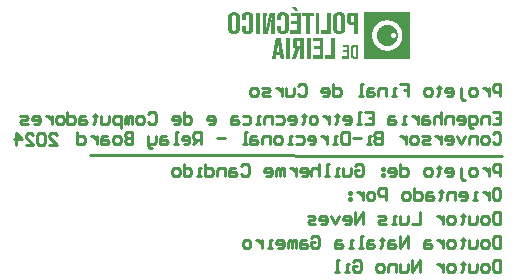
<source format=gbo>
G04*
G04 #@! TF.GenerationSoftware,Altium Limited,Altium Designer,23.8.1 (32)*
G04*
G04 Layer_Color=32896*
%FSLAX25Y25*%
%MOIN*%
G70*
G04*
G04 #@! TF.SameCoordinates,D6E9CDF8-AAC3-469D-917B-50C59DE8B454*
G04*
G04*
G04 #@! TF.FilePolarity,Positive*
G04*
G01*
G75*
%ADD13C,0.01000*%
G36*
X374241Y538498D02*
X374278D01*
Y538425D01*
X374314D01*
Y538353D01*
X374351D01*
Y538280D01*
X374387D01*
Y538207D01*
X374424D01*
Y538134D01*
X374460D01*
Y538061D01*
X374496D01*
Y537988D01*
X374533D01*
Y537915D01*
X374569D01*
Y537842D01*
X374606D01*
Y537769D01*
X374642D01*
Y537660D01*
X374679D01*
Y537587D01*
X374715D01*
Y537514D01*
X374751D01*
Y537441D01*
X374788D01*
Y537368D01*
X374824D01*
Y537295D01*
X374861D01*
Y537223D01*
X373950D01*
Y537259D01*
X373913D01*
Y537295D01*
X373877D01*
Y537332D01*
X373840D01*
Y537368D01*
X373804D01*
Y537405D01*
X373767D01*
Y537441D01*
X373731D01*
Y537478D01*
X373694D01*
Y537514D01*
X373658D01*
Y537551D01*
X373622D01*
Y537587D01*
X373585D01*
Y537624D01*
X373549D01*
Y537660D01*
X373512D01*
Y537733D01*
X373476D01*
Y537769D01*
X373439D01*
Y537806D01*
X373403D01*
Y537842D01*
X373366D01*
Y537879D01*
X373330D01*
Y537915D01*
X373293D01*
Y537952D01*
X373257D01*
Y537988D01*
X373221D01*
Y538025D01*
X373184D01*
Y538061D01*
X373148D01*
Y538097D01*
X373111D01*
Y538134D01*
X373075D01*
Y538170D01*
X373038D01*
Y538207D01*
X373002D01*
Y538243D01*
X372965D01*
Y538280D01*
X372929D01*
Y538316D01*
X372892D01*
Y538353D01*
X372856D01*
Y538389D01*
X372820D01*
Y538462D01*
X372783D01*
Y538498D01*
X372747D01*
Y538535D01*
X372710D01*
Y538571D01*
X374241D01*
Y538498D01*
D02*
G37*
G36*
X367170Y529713D02*
X367133D01*
Y529677D01*
X365930D01*
Y530661D01*
X365967D01*
Y532411D01*
X366003D01*
Y534124D01*
X366040D01*
Y534780D01*
X366003D01*
Y534634D01*
X365967D01*
Y534489D01*
X365930D01*
Y534343D01*
X365894D01*
Y534161D01*
X365857D01*
Y534015D01*
X365821D01*
Y533869D01*
X365784D01*
Y533723D01*
X365748D01*
Y533541D01*
X365711D01*
Y533395D01*
X365675D01*
Y533249D01*
X365639D01*
Y533104D01*
X365602D01*
Y532958D01*
X365566D01*
Y532775D01*
X365529D01*
Y532630D01*
X365493D01*
Y532484D01*
X365456D01*
Y532338D01*
X365420D01*
Y532156D01*
X365383D01*
Y532010D01*
X365347D01*
Y531864D01*
X365311D01*
Y531718D01*
X365274D01*
Y531536D01*
X365238D01*
Y531390D01*
X365201D01*
Y531245D01*
X365165D01*
Y531099D01*
X365128D01*
Y530916D01*
X365092D01*
Y530771D01*
X365055D01*
Y530625D01*
X365019D01*
Y530479D01*
X364983D01*
Y530297D01*
X364946D01*
Y530151D01*
X364910D01*
Y530005D01*
X364873D01*
Y529859D01*
X364837D01*
Y529713D01*
X364800D01*
Y529677D01*
X363196D01*
Y529713D01*
X363160D01*
Y536676D01*
X364363D01*
Y535582D01*
X364326D01*
Y534124D01*
X364290D01*
Y532666D01*
X364253D01*
Y531718D01*
X364290D01*
Y531864D01*
X364326D01*
Y532046D01*
X364363D01*
Y532192D01*
X364399D01*
Y532338D01*
X364436D01*
Y532484D01*
X364472D01*
Y532630D01*
X364509D01*
Y532775D01*
X364545D01*
Y532921D01*
X364581D01*
Y533067D01*
X364618D01*
Y533213D01*
X364654D01*
Y533359D01*
X364691D01*
Y533504D01*
X364727D01*
Y533650D01*
X364764D01*
Y533796D01*
X364800D01*
Y533978D01*
X364837D01*
Y534124D01*
X364873D01*
Y534270D01*
X364910D01*
Y534416D01*
X364946D01*
Y534562D01*
X364983D01*
Y534707D01*
X365019D01*
Y534853D01*
X365055D01*
Y534999D01*
X365092D01*
Y535145D01*
X365128D01*
Y535291D01*
X365165D01*
Y535436D01*
X365201D01*
Y535582D01*
X365238D01*
Y535765D01*
X365274D01*
Y535874D01*
Y535910D01*
X365311D01*
Y536056D01*
X365347D01*
Y536202D01*
X365383D01*
Y536348D01*
X365420D01*
Y536493D01*
X365456D01*
Y536639D01*
X365493D01*
Y536676D01*
X367170D01*
Y529713D01*
D02*
G37*
G36*
X370304Y536785D02*
X370523D01*
Y536749D01*
X370633D01*
Y536712D01*
X370742D01*
Y536676D01*
X370851D01*
Y536639D01*
X370924D01*
Y536603D01*
X370997D01*
Y536566D01*
X371070D01*
Y536530D01*
X371106D01*
Y536493D01*
X371179D01*
Y536457D01*
X371216D01*
Y536421D01*
X371252D01*
Y536384D01*
X371289D01*
Y536348D01*
X371325D01*
Y536311D01*
X371361D01*
Y536275D01*
X371398D01*
Y536238D01*
X371434D01*
Y536202D01*
X371471D01*
Y536166D01*
X371507D01*
Y536093D01*
X371544D01*
Y536056D01*
X371580D01*
Y535947D01*
X371617D01*
Y535874D01*
X371653D01*
Y535728D01*
X371690D01*
Y535546D01*
X371726D01*
Y535108D01*
X371762D01*
Y530916D01*
X371726D01*
Y530661D01*
X371690D01*
Y530515D01*
X371653D01*
Y530406D01*
X371617D01*
Y530333D01*
X371580D01*
Y530260D01*
X371544D01*
Y530224D01*
X371507D01*
Y530151D01*
X371471D01*
Y530115D01*
X371434D01*
Y530078D01*
X371398D01*
Y530042D01*
X371361D01*
Y530005D01*
X371325D01*
Y529969D01*
X371289D01*
Y529932D01*
X371216D01*
Y529896D01*
X371179D01*
Y529859D01*
X371106D01*
Y529823D01*
X371070D01*
Y529786D01*
X370997D01*
Y529750D01*
X370888D01*
Y529713D01*
X370815D01*
Y529677D01*
X370669D01*
Y529641D01*
X370560D01*
Y529604D01*
X370377D01*
Y529568D01*
X370086D01*
Y529531D01*
X369466D01*
Y529568D01*
X369247D01*
Y529604D01*
X369065D01*
Y529641D01*
X368956D01*
Y529677D01*
X368846D01*
Y529713D01*
X368737D01*
Y529750D01*
X368664D01*
Y529786D01*
X368591D01*
Y529823D01*
X368555D01*
Y529859D01*
X368482D01*
Y529896D01*
X368445D01*
Y529932D01*
X368373D01*
Y529969D01*
X368336D01*
Y530005D01*
X368300D01*
Y530042D01*
X368263D01*
Y530078D01*
X368227D01*
Y530115D01*
X368190D01*
Y530187D01*
X368154D01*
Y530224D01*
X368117D01*
Y530297D01*
X368081D01*
Y530370D01*
X368044D01*
Y530442D01*
X368008D01*
Y530515D01*
Y530552D01*
X367971D01*
Y530698D01*
X367935D01*
Y530989D01*
X367899D01*
Y532302D01*
X367935D01*
Y532338D01*
X369174D01*
Y532302D01*
X369211D01*
Y530916D01*
X369247D01*
Y530807D01*
X369284D01*
Y530771D01*
X369320D01*
Y530698D01*
X369357D01*
Y530661D01*
X369430D01*
Y530625D01*
X369466D01*
Y530588D01*
X369612D01*
Y530552D01*
X370013D01*
Y530588D01*
X370122D01*
Y530625D01*
X370195D01*
Y530661D01*
X370232D01*
Y530698D01*
X370268D01*
Y530734D01*
X370304D01*
Y530771D01*
X370341D01*
Y530843D01*
X370377D01*
Y530953D01*
X370414D01*
Y535473D01*
X370377D01*
Y535546D01*
X370341D01*
Y535619D01*
X370304D01*
Y535692D01*
X370268D01*
Y535728D01*
X370195D01*
Y535765D01*
X370159D01*
Y535801D01*
X370013D01*
Y535837D01*
X369648D01*
Y535801D01*
X369502D01*
Y535765D01*
X369430D01*
Y535728D01*
X369393D01*
Y535692D01*
X369357D01*
Y535655D01*
X369320D01*
Y535619D01*
X369284D01*
Y535546D01*
X369247D01*
Y535436D01*
X369211D01*
Y534161D01*
X369174D01*
Y534124D01*
X367899D01*
Y535582D01*
X367935D01*
Y535801D01*
X367971D01*
Y535910D01*
X368008D01*
Y535983D01*
X368044D01*
Y536093D01*
X368081D01*
Y536129D01*
X368117D01*
Y536202D01*
X368154D01*
Y536238D01*
X368190D01*
Y536275D01*
X368227D01*
Y536311D01*
X368263D01*
Y536348D01*
X368300D01*
Y536384D01*
X368336D01*
Y536421D01*
X368373D01*
Y536457D01*
X368409D01*
Y536493D01*
X368445D01*
Y536530D01*
X368518D01*
Y536566D01*
X368555D01*
Y536603D01*
X368628D01*
Y536639D01*
X368737D01*
Y536676D01*
X368810D01*
Y536712D01*
X368919D01*
Y536749D01*
X369065D01*
Y536785D01*
X369247D01*
Y536822D01*
X370304D01*
Y536785D01*
D02*
G37*
G36*
X358567D02*
X358749D01*
Y536749D01*
X358895D01*
Y536712D01*
X359004D01*
Y536676D01*
X359114D01*
Y536639D01*
X359187D01*
Y536603D01*
X359260D01*
Y536566D01*
X359296D01*
Y536530D01*
X359369D01*
Y536493D01*
X359405D01*
Y536457D01*
X359478D01*
Y536421D01*
X359515D01*
Y536384D01*
X359551D01*
Y536348D01*
X359588D01*
Y536311D01*
X359624D01*
Y536275D01*
X359661D01*
Y536238D01*
X359697D01*
Y536202D01*
X359733D01*
Y536129D01*
X359770D01*
Y536093D01*
X359806D01*
Y536020D01*
X359843D01*
Y535910D01*
X359879D01*
Y535837D01*
X359916D01*
Y535692D01*
X359952D01*
Y535436D01*
X359989D01*
Y530698D01*
X359952D01*
Y530552D01*
X359916D01*
Y530442D01*
X359879D01*
Y530370D01*
X359843D01*
Y530297D01*
X359806D01*
Y530224D01*
X359770D01*
Y530187D01*
X359733D01*
Y530151D01*
X359697D01*
Y530078D01*
X359661D01*
Y530042D01*
X359624D01*
Y530005D01*
X359588D01*
Y529969D01*
X359515D01*
Y529932D01*
X359478D01*
Y529896D01*
X359442D01*
Y529859D01*
X359369D01*
Y529823D01*
X359296D01*
Y529786D01*
X359223D01*
Y529750D01*
X359150D01*
Y529713D01*
X359041D01*
Y529677D01*
X358931D01*
Y529641D01*
X358786D01*
Y529604D01*
X358603D01*
Y529568D01*
X358348D01*
Y529531D01*
X357729D01*
Y529568D01*
X357473D01*
Y529604D01*
X357328D01*
Y529641D01*
X357182D01*
Y529677D01*
X357072D01*
Y529713D01*
X356999D01*
Y529750D01*
X356927D01*
Y529786D01*
X356854D01*
Y529823D01*
X356781D01*
Y529859D01*
X356744D01*
Y529896D01*
X356672D01*
Y529932D01*
X356635D01*
Y529969D01*
X356598D01*
Y530005D01*
X356562D01*
Y530042D01*
X356526D01*
Y530078D01*
X356489D01*
Y530115D01*
X356453D01*
Y530151D01*
X356416D01*
Y530224D01*
X356380D01*
Y530260D01*
X356343D01*
Y530333D01*
X356307D01*
Y530406D01*
X356271D01*
Y530515D01*
X356234D01*
Y530661D01*
X356198D01*
Y530843D01*
X356161D01*
Y532338D01*
X357437D01*
Y531099D01*
X357473D01*
Y530880D01*
X357510D01*
Y530807D01*
X357546D01*
Y530734D01*
X357583D01*
Y530698D01*
X357619D01*
Y530661D01*
X357656D01*
Y530625D01*
X357729D01*
Y530588D01*
X357838D01*
Y530552D01*
X358275D01*
Y530588D01*
X358385D01*
Y530625D01*
X358421D01*
Y530661D01*
X358494D01*
Y530698D01*
X358530D01*
Y530734D01*
X358567D01*
Y530807D01*
X358603D01*
Y530880D01*
X358640D01*
Y531026D01*
X358676D01*
Y535400D01*
X358640D01*
Y535546D01*
X358603D01*
Y535619D01*
X358567D01*
Y535655D01*
X358530D01*
Y535692D01*
X358494D01*
Y535728D01*
X358458D01*
Y535765D01*
X358385D01*
Y535801D01*
X358275D01*
Y535837D01*
X357911D01*
Y535801D01*
X357765D01*
Y535765D01*
X357692D01*
Y535728D01*
X357619D01*
Y535692D01*
X357583D01*
Y535619D01*
X357546D01*
Y535582D01*
X357510D01*
Y535473D01*
X357473D01*
Y535291D01*
X357437D01*
Y534124D01*
X356161D01*
Y535692D01*
X356198D01*
Y535837D01*
X356234D01*
Y535947D01*
X356271D01*
Y536020D01*
X356307D01*
Y536093D01*
X356343D01*
Y536166D01*
X356380D01*
Y536202D01*
X356416D01*
Y536275D01*
X356453D01*
Y536311D01*
X356489D01*
Y536348D01*
X356526D01*
Y536384D01*
X356562D01*
Y536421D01*
X356598D01*
Y536457D01*
X356672D01*
Y536493D01*
X356708D01*
Y536530D01*
X356744D01*
Y536566D01*
X356817D01*
Y536603D01*
X356890D01*
Y536639D01*
X356963D01*
Y536676D01*
X357072D01*
Y536712D01*
X357182D01*
Y536749D01*
X357328D01*
Y536785D01*
X357510D01*
Y536822D01*
X358567D01*
Y536785D01*
D02*
G37*
G36*
X394982Y529677D02*
X393670D01*
Y532338D01*
Y532374D01*
Y532593D01*
X392212D01*
Y532630D01*
X391957D01*
Y532666D01*
X391847D01*
Y532702D01*
X391738D01*
Y532739D01*
X391665D01*
Y532775D01*
X391629D01*
Y532812D01*
X391556D01*
Y532848D01*
X391519D01*
Y532885D01*
X391483D01*
Y532921D01*
X391446D01*
Y532994D01*
X391410D01*
Y533031D01*
X391373D01*
Y533104D01*
X391337D01*
Y533176D01*
X391301D01*
Y533286D01*
X391264D01*
Y533432D01*
X391228D01*
Y533796D01*
X391191D01*
Y535473D01*
X391228D01*
Y535801D01*
X391264D01*
Y535983D01*
X391301D01*
Y536093D01*
X391337D01*
Y536166D01*
X391373D01*
Y536238D01*
X391410D01*
Y536275D01*
X391446D01*
Y536311D01*
X391483D01*
Y536348D01*
X391519D01*
Y536384D01*
X391556D01*
Y536421D01*
X391592D01*
Y536457D01*
X391629D01*
Y536493D01*
X391665D01*
Y536530D01*
X391738D01*
Y536566D01*
X391811D01*
Y536603D01*
X391920D01*
Y536639D01*
X392030D01*
Y536676D01*
X394982D01*
Y529677D01*
D02*
G37*
G36*
X385723D02*
X382516D01*
Y530734D01*
X382552D01*
Y530771D01*
X384411D01*
Y536202D01*
Y536238D01*
Y536676D01*
X385723D01*
Y529677D01*
D02*
G37*
G36*
X382005D02*
X380730D01*
Y529713D01*
X380693D01*
Y536676D01*
X382005D01*
Y529677D01*
D02*
G37*
G36*
X380219Y535655D02*
X378907D01*
Y529677D01*
X377631D01*
Y529713D01*
X377595D01*
Y531427D01*
Y531463D01*
Y535655D01*
X376319D01*
Y536676D01*
X380219D01*
Y535655D01*
D02*
G37*
G36*
X375809Y529677D02*
X372309D01*
Y530771D01*
X374496D01*
Y531317D01*
Y531354D01*
Y532921D01*
X372528D01*
Y533978D01*
X374496D01*
Y535619D01*
X372419D01*
Y536676D01*
X375809D01*
Y529677D01*
D02*
G37*
G36*
X362212D02*
X360900D01*
Y535546D01*
Y535582D01*
Y536676D01*
X362212D01*
Y529677D01*
D02*
G37*
G36*
X389041Y536785D02*
X389259D01*
Y536749D01*
X389405D01*
Y536712D01*
X389514D01*
Y536676D01*
X389624D01*
Y536639D01*
X389697D01*
Y536603D01*
X389770D01*
Y536566D01*
X389843D01*
Y536530D01*
X389915D01*
Y536493D01*
X389952D01*
Y536457D01*
X390025D01*
Y536421D01*
X390061D01*
Y536384D01*
X390098D01*
Y536348D01*
X390134D01*
Y536311D01*
X390171D01*
Y536275D01*
X390207D01*
Y536238D01*
X390244D01*
Y536166D01*
X390280D01*
Y536129D01*
X390316D01*
Y536056D01*
X390353D01*
Y535983D01*
X390389D01*
Y535874D01*
X390426D01*
Y535765D01*
X390462D01*
Y535619D01*
X390499D01*
Y535254D01*
X390535D01*
Y531135D01*
X390499D01*
Y530734D01*
X390462D01*
Y530588D01*
X390426D01*
Y530479D01*
X390389D01*
Y530370D01*
X390353D01*
Y530297D01*
X390316D01*
Y530260D01*
X390280D01*
Y530187D01*
X390244D01*
Y530151D01*
X390207D01*
Y530115D01*
X390171D01*
Y530078D01*
X390134D01*
Y530042D01*
X390098D01*
Y530005D01*
X390061D01*
Y529969D01*
X390025D01*
Y529932D01*
X389988D01*
Y529896D01*
X389915D01*
Y529859D01*
X389879D01*
Y529823D01*
X389806D01*
Y529786D01*
X389733D01*
Y529750D01*
X389660D01*
Y529713D01*
X389587D01*
Y529677D01*
X389478D01*
Y529641D01*
X389369D01*
Y529604D01*
X389186D01*
Y529568D01*
X388931D01*
Y529531D01*
X388202D01*
Y529568D01*
X387911D01*
Y529604D01*
X387765D01*
Y529641D01*
X387655D01*
Y529677D01*
X387546D01*
Y529713D01*
X387437D01*
Y529750D01*
X387364D01*
Y529786D01*
X387291D01*
Y529823D01*
X387255D01*
Y529859D01*
X387182D01*
Y529896D01*
X387145D01*
Y529932D01*
X387109D01*
Y529969D01*
X387072D01*
Y530005D01*
X387036D01*
Y530042D01*
X386999D01*
Y530078D01*
X386963D01*
Y530115D01*
X386926D01*
Y530151D01*
X386890D01*
Y530187D01*
X386854D01*
Y530260D01*
X386817D01*
Y530333D01*
X386781D01*
Y530406D01*
X386744D01*
Y530479D01*
X386708D01*
Y530625D01*
X386671D01*
Y530807D01*
X386635D01*
Y535546D01*
X386671D01*
Y535728D01*
X386708D01*
Y535837D01*
X386744D01*
Y535947D01*
X386781D01*
Y536020D01*
X386817D01*
Y536093D01*
X386854D01*
Y536166D01*
X386890D01*
Y536202D01*
X386926D01*
Y536238D01*
X386963D01*
Y536275D01*
X386999D01*
Y536311D01*
X387036D01*
Y536348D01*
X387072D01*
Y536384D01*
X387109D01*
Y536421D01*
X387145D01*
Y536457D01*
X387218D01*
Y536493D01*
X387255D01*
Y536530D01*
X387327D01*
Y536566D01*
X387364D01*
Y536603D01*
X387437D01*
Y536639D01*
X387546D01*
Y536676D01*
X387619D01*
Y536712D01*
X387728D01*
Y536749D01*
X387874D01*
Y536785D01*
X388056D01*
Y536822D01*
X389041D01*
Y536785D01*
D02*
G37*
G36*
X354011D02*
X354193D01*
Y536749D01*
X354339D01*
Y536712D01*
X354448D01*
Y536676D01*
X354557D01*
Y536639D01*
X354630D01*
Y536603D01*
X354703D01*
Y536566D01*
X354776D01*
Y536530D01*
X354849D01*
Y536493D01*
X354885D01*
Y536457D01*
X354958D01*
Y536421D01*
X354995D01*
Y536384D01*
X355031D01*
Y536348D01*
X355068D01*
Y536311D01*
X355104D01*
Y536275D01*
X355140D01*
Y536238D01*
X355177D01*
Y536202D01*
X355213D01*
Y536129D01*
X355250D01*
Y536056D01*
X355286D01*
Y535983D01*
X355323D01*
Y535910D01*
X355359D01*
Y535801D01*
X355396D01*
Y535655D01*
X355432D01*
Y535436D01*
X355469D01*
Y530916D01*
X355432D01*
Y530698D01*
X355396D01*
Y530552D01*
X355359D01*
Y530442D01*
X355323D01*
Y530370D01*
X355286D01*
Y530297D01*
X355250D01*
Y530224D01*
X355213D01*
Y530187D01*
X355177D01*
Y530151D01*
X355140D01*
Y530078D01*
X355104D01*
Y530042D01*
X355068D01*
Y530005D01*
X355031D01*
Y529969D01*
X354958D01*
Y529932D01*
X354922D01*
Y529896D01*
X354885D01*
Y529859D01*
X354812D01*
Y529823D01*
X354776D01*
Y529786D01*
X354703D01*
Y529750D01*
X354630D01*
Y529713D01*
X354521D01*
Y529677D01*
X354412D01*
Y529641D01*
X354302D01*
Y529604D01*
X354156D01*
Y529568D01*
X353865D01*
Y529531D01*
X353136D01*
Y529568D01*
X352881D01*
Y529604D01*
X352698D01*
Y529641D01*
X352589D01*
Y529677D01*
X352480D01*
Y529713D01*
X352407D01*
Y529750D01*
X352334D01*
Y529786D01*
X352261D01*
Y529823D01*
X352188D01*
Y529859D01*
X352151D01*
Y529896D01*
X352079D01*
Y529932D01*
X352042D01*
Y529969D01*
X352006D01*
Y530005D01*
X351969D01*
Y530042D01*
X351933D01*
Y530078D01*
X351896D01*
Y530115D01*
X351860D01*
Y530151D01*
X351823D01*
Y530224D01*
X351787D01*
Y530260D01*
X351750D01*
Y530333D01*
X351714D01*
Y530442D01*
X351678D01*
Y530552D01*
X351641D01*
Y530661D01*
X351605D01*
Y530916D01*
X351568D01*
Y535436D01*
X351605D01*
Y535692D01*
X351641D01*
Y535837D01*
X351678D01*
Y535910D01*
X351714D01*
Y536020D01*
X351750D01*
Y536093D01*
X351787D01*
Y536129D01*
X351823D01*
Y536202D01*
X351860D01*
Y536238D01*
X351896D01*
Y536275D01*
X351933D01*
Y536311D01*
X351969D01*
Y536348D01*
X352006D01*
Y536384D01*
X352042D01*
Y536421D01*
X352115D01*
Y536457D01*
X352151D01*
Y536493D01*
X352188D01*
Y536530D01*
X352261D01*
Y536566D01*
X352334D01*
Y536603D01*
X352407D01*
Y536639D01*
X352480D01*
Y536676D01*
X352589D01*
Y536712D01*
X352698D01*
Y536749D01*
X352844D01*
Y536785D01*
X353026D01*
Y536822D01*
X354011D01*
Y536785D01*
D02*
G37*
G36*
X412333Y521330D02*
X396914D01*
Y524027D01*
Y524063D01*
Y536749D01*
X412333D01*
Y521330D01*
D02*
G37*
G36*
X394982D02*
X393378D01*
Y521366D01*
X393160D01*
Y521403D01*
X393050D01*
Y521439D01*
X392977D01*
Y521475D01*
X392904D01*
Y521512D01*
X392868D01*
Y521548D01*
X392795D01*
Y521585D01*
X392759D01*
Y521621D01*
X392722D01*
Y521694D01*
X392686D01*
Y521731D01*
X392649D01*
Y521804D01*
X392613D01*
Y521876D01*
X392577D01*
Y521986D01*
X392540D01*
Y522131D01*
X392503D01*
Y525084D01*
X392540D01*
Y525230D01*
X392577D01*
Y525303D01*
X392613D01*
Y525412D01*
X392649D01*
Y525449D01*
X392686D01*
Y525485D01*
X392722D01*
Y525558D01*
X392759D01*
Y525594D01*
X392795D01*
Y525631D01*
X392832D01*
Y525667D01*
X392904D01*
Y525704D01*
X392941D01*
Y525740D01*
X393014D01*
Y525777D01*
X393087D01*
Y525813D01*
X393233D01*
Y525850D01*
X394982D01*
Y521330D01*
D02*
G37*
G36*
X391920D02*
X389660D01*
Y522059D01*
X391082D01*
Y523407D01*
X389843D01*
Y523444D01*
X389806D01*
Y524100D01*
X389843D01*
Y524136D01*
X391082D01*
Y525157D01*
X389733D01*
Y525850D01*
X391920D01*
Y521330D01*
D02*
G37*
G36*
X387072Y521366D02*
X387036D01*
Y521330D01*
X383864D01*
Y522423D01*
X385760D01*
Y524136D01*
Y524173D01*
Y528328D01*
X387072D01*
Y521366D01*
D02*
G37*
G36*
X383354Y521330D02*
X379855D01*
Y522423D01*
X382042D01*
Y524574D01*
X380073D01*
Y525631D01*
X382042D01*
Y527271D01*
X379928D01*
Y527964D01*
Y528000D01*
Y528328D01*
X383354D01*
Y521330D01*
D02*
G37*
G36*
X379235Y528219D02*
Y528183D01*
Y521366D01*
X379199D01*
Y521330D01*
X377923D01*
Y528328D01*
X379235D01*
Y528219D01*
D02*
G37*
G36*
X376939Y521330D02*
X375663D01*
Y524428D01*
X375152D01*
Y524319D01*
X375116D01*
Y524209D01*
X375080D01*
Y524100D01*
X375043D01*
Y523954D01*
X375007D01*
Y523845D01*
X374970D01*
Y523735D01*
X374934D01*
Y523626D01*
X374897D01*
Y523517D01*
X374861D01*
Y523407D01*
X374824D01*
Y523298D01*
X374788D01*
Y523189D01*
X374751D01*
Y523043D01*
X374715D01*
Y522933D01*
X374679D01*
Y522824D01*
X374642D01*
Y522715D01*
X374606D01*
Y522605D01*
X374569D01*
Y522496D01*
X374533D01*
Y522387D01*
X374496D01*
Y522241D01*
X374460D01*
Y522131D01*
X374424D01*
Y522022D01*
X374387D01*
Y521913D01*
X374351D01*
Y521804D01*
X374314D01*
Y521694D01*
X374278D01*
Y521585D01*
X374241D01*
Y521475D01*
X374205D01*
Y521366D01*
X374168D01*
Y521330D01*
X372856D01*
Y521439D01*
X372892D01*
Y521548D01*
X372929D01*
Y521658D01*
X372965D01*
Y521804D01*
X373002D01*
Y521913D01*
X373038D01*
Y522022D01*
X373075D01*
Y522131D01*
X373111D01*
Y522241D01*
X373148D01*
Y522350D01*
X373184D01*
Y522460D01*
X373221D01*
Y522569D01*
X373257D01*
Y522678D01*
X373293D01*
Y522788D01*
X373330D01*
Y522897D01*
X373366D01*
Y523006D01*
X373403D01*
Y523116D01*
X373439D01*
Y523225D01*
X373476D01*
Y523334D01*
X373512D01*
Y523444D01*
X373549D01*
Y523553D01*
X373585D01*
Y523663D01*
X373622D01*
Y523772D01*
X373658D01*
Y523881D01*
X373694D01*
Y523991D01*
X373731D01*
Y524100D01*
X373767D01*
Y524209D01*
X373804D01*
Y524319D01*
X373840D01*
Y524428D01*
X373877D01*
Y524537D01*
X373913D01*
Y524647D01*
X373804D01*
Y524683D01*
X373694D01*
Y524720D01*
X373622D01*
Y524756D01*
X373549D01*
Y524792D01*
X373512D01*
Y524829D01*
X373439D01*
Y524865D01*
X373403D01*
Y524902D01*
X373366D01*
Y524938D01*
X373330D01*
Y525011D01*
X373293D01*
Y525048D01*
X373257D01*
Y525121D01*
X373221D01*
Y525194D01*
X373184D01*
Y525303D01*
X373148D01*
Y525449D01*
X373111D01*
Y527417D01*
X373148D01*
Y527599D01*
X373184D01*
Y527709D01*
X373221D01*
Y527781D01*
X373257D01*
Y527854D01*
X373293D01*
Y527927D01*
X373330D01*
Y527964D01*
X373366D01*
Y528000D01*
X373403D01*
Y528037D01*
X373439D01*
Y528073D01*
X373476D01*
Y528110D01*
X373512D01*
Y528146D01*
X373585D01*
Y528183D01*
X373658D01*
Y528219D01*
X373731D01*
Y528255D01*
X373840D01*
Y528292D01*
X373986D01*
Y528328D01*
X376939D01*
Y521330D01*
D02*
G37*
G36*
X372200D02*
X370924D01*
Y524865D01*
Y524902D01*
Y528328D01*
X372200D01*
Y521330D01*
D02*
G37*
G36*
X368992Y528183D02*
X369029D01*
Y528000D01*
X369065D01*
Y527818D01*
X369102D01*
Y527636D01*
X369138D01*
Y527454D01*
X369174D01*
Y527235D01*
X369211D01*
Y527052D01*
X369247D01*
Y526870D01*
X369284D01*
Y526688D01*
X369320D01*
Y526506D01*
X369357D01*
Y526324D01*
X369393D01*
Y526141D01*
X369430D01*
Y525922D01*
X369466D01*
Y525740D01*
X369502D01*
Y525558D01*
X369539D01*
Y525376D01*
X369575D01*
Y525194D01*
X369612D01*
Y525011D01*
X369648D01*
Y524792D01*
X369685D01*
Y524610D01*
X369721D01*
Y524428D01*
X369758D01*
Y524246D01*
X369794D01*
Y524063D01*
X369830D01*
Y523881D01*
X369867D01*
Y523663D01*
X369903D01*
Y523480D01*
X369940D01*
Y523298D01*
X369976D01*
Y523116D01*
X370013D01*
Y522933D01*
X370049D01*
Y522751D01*
X370086D01*
Y522569D01*
X370122D01*
Y522350D01*
X370159D01*
Y522168D01*
X370195D01*
Y521986D01*
X370232D01*
Y521804D01*
X370268D01*
Y521621D01*
X370304D01*
Y521439D01*
X370341D01*
Y521330D01*
X369029D01*
Y521512D01*
X368992D01*
Y521548D01*
Y521731D01*
X368956D01*
Y521949D01*
X368919D01*
Y522168D01*
X368883D01*
Y522387D01*
X368846D01*
Y522460D01*
X367680D01*
Y522387D01*
X367643D01*
Y522168D01*
X367607D01*
Y521913D01*
X367570D01*
Y521658D01*
X367534D01*
Y521403D01*
X367498D01*
Y521330D01*
X366185D01*
Y521439D01*
X366222D01*
Y521658D01*
X366258D01*
Y521840D01*
X366295D01*
Y522022D01*
X366331D01*
Y522241D01*
X366368D01*
Y522423D01*
X366404D01*
Y522642D01*
X366441D01*
Y522824D01*
X366477D01*
Y523006D01*
X366513D01*
Y523225D01*
X366550D01*
Y523407D01*
X366586D01*
Y523590D01*
X366623D01*
Y523808D01*
X366659D01*
Y523991D01*
X366696D01*
Y524173D01*
X366732D01*
Y524392D01*
X366769D01*
Y524574D01*
X366805D01*
Y524756D01*
X366842D01*
Y524975D01*
X366878D01*
Y525157D01*
X366914D01*
Y525339D01*
X366951D01*
Y525558D01*
X366987D01*
Y525740D01*
X367024D01*
Y525922D01*
X367060D01*
Y526141D01*
X367097D01*
Y526324D01*
X367133D01*
Y526542D01*
X367170D01*
Y526724D01*
X367206D01*
Y526907D01*
X367243D01*
Y527125D01*
X367279D01*
Y527308D01*
X367315D01*
Y527490D01*
X367352D01*
Y527709D01*
X367388D01*
Y527891D01*
X367425D01*
Y528073D01*
X367461D01*
Y528292D01*
X367498D01*
Y528328D01*
X368992D01*
Y528183D01*
D02*
G37*
%LPC*%
G36*
X393670Y535655D02*
X392832D01*
Y535619D01*
X392722D01*
Y535582D01*
X392649D01*
Y535546D01*
X392613D01*
Y535509D01*
X392577D01*
Y535473D01*
X392540D01*
Y535400D01*
X392503D01*
Y534562D01*
Y534525D01*
Y533869D01*
X392540D01*
Y533760D01*
X392577D01*
Y533723D01*
X392613D01*
Y533687D01*
X392686D01*
Y533650D01*
X392759D01*
Y533614D01*
X393670D01*
Y535655D01*
D02*
G37*
G36*
X388786Y535837D02*
X388312D01*
Y535801D01*
X388239D01*
Y535765D01*
X388166D01*
Y535728D01*
X388129D01*
Y535692D01*
X388093D01*
Y535655D01*
X388056D01*
Y535582D01*
X388020D01*
Y535509D01*
X387983D01*
Y535400D01*
X387947D01*
Y530989D01*
X387983D01*
Y530880D01*
X388020D01*
Y530807D01*
X388056D01*
Y530771D01*
X388093D01*
Y530734D01*
X388129D01*
Y530698D01*
X388166D01*
Y530661D01*
X388239D01*
Y530625D01*
X388312D01*
Y530588D01*
X388457D01*
Y530552D01*
X388713D01*
Y530588D01*
X388858D01*
Y530625D01*
X388931D01*
Y530661D01*
X389004D01*
Y530698D01*
X389041D01*
Y530734D01*
X389077D01*
Y530771D01*
X389113D01*
Y530843D01*
X389150D01*
Y530953D01*
X389186D01*
Y535072D01*
X389223D01*
Y535145D01*
X389186D01*
Y535291D01*
Y535327D01*
Y535436D01*
X389150D01*
Y535546D01*
X389113D01*
Y535582D01*
X389077D01*
Y535655D01*
X389041D01*
Y535692D01*
X388968D01*
Y535728D01*
X388931D01*
Y535765D01*
X388858D01*
Y535801D01*
X388786D01*
Y535837D01*
D02*
G37*
G36*
X353719D02*
X353281D01*
Y535801D01*
X353172D01*
Y535765D01*
X353136D01*
Y535728D01*
X353063D01*
Y535655D01*
X353026D01*
Y535619D01*
X352990D01*
Y535546D01*
X352953D01*
Y535473D01*
X352917D01*
Y535327D01*
X352881D01*
Y531062D01*
X352917D01*
Y530916D01*
X352953D01*
Y530843D01*
X352990D01*
Y530771D01*
X353026D01*
Y530734D01*
X353063D01*
Y530698D01*
X353099D01*
Y530661D01*
X353172D01*
Y530625D01*
X353245D01*
Y530588D01*
X353391D01*
Y530552D01*
X353646D01*
Y530588D01*
X353792D01*
Y530625D01*
X353901D01*
Y530661D01*
X353938D01*
Y530698D01*
X353974D01*
Y530734D01*
X354011D01*
Y530771D01*
X354047D01*
Y530807D01*
X354083D01*
Y530916D01*
X354120D01*
Y531062D01*
X354156D01*
Y535254D01*
Y535291D01*
Y535327D01*
X354120D01*
Y535473D01*
X354083D01*
Y535546D01*
X354047D01*
Y535619D01*
X354011D01*
Y535655D01*
X353974D01*
Y535692D01*
X353938D01*
Y535728D01*
X353865D01*
Y535765D01*
X353828D01*
Y535801D01*
X353719D01*
Y535837D01*
D02*
G37*
G36*
X404970Y534124D02*
X404314D01*
Y534088D01*
X403949D01*
Y534051D01*
X403694D01*
Y534015D01*
X403512D01*
Y533978D01*
X403366D01*
Y533942D01*
X403257D01*
Y533906D01*
X403111D01*
Y533869D01*
X403002D01*
Y533833D01*
X402892D01*
Y533796D01*
X402819D01*
Y533760D01*
X402710D01*
Y533723D01*
X402637D01*
Y533687D01*
X402564D01*
Y533650D01*
X402455D01*
Y533614D01*
X402382D01*
Y533577D01*
X402309D01*
Y533541D01*
X402273D01*
Y533504D01*
X402200D01*
Y533468D01*
X402127D01*
Y533432D01*
X402054D01*
Y533395D01*
X402017D01*
Y533359D01*
X401945D01*
Y533322D01*
X401872D01*
Y533286D01*
X401835D01*
Y533249D01*
X401762D01*
Y533213D01*
X401726D01*
Y533176D01*
X401689D01*
Y533140D01*
X401616D01*
Y533104D01*
X401580D01*
Y533067D01*
X401544D01*
Y533031D01*
X401471D01*
Y532994D01*
X401434D01*
Y532958D01*
X401398D01*
Y532921D01*
X401361D01*
Y532885D01*
X401288D01*
Y532848D01*
X401252D01*
Y532812D01*
X401216D01*
Y532775D01*
X401179D01*
Y532739D01*
X401143D01*
Y532702D01*
X401106D01*
Y532666D01*
X401070D01*
Y532630D01*
X401033D01*
Y532593D01*
X400997D01*
Y532557D01*
X400960D01*
Y532520D01*
X400924D01*
Y532484D01*
X400887D01*
Y532447D01*
X400851D01*
Y532411D01*
X400815D01*
Y532338D01*
X400778D01*
Y532302D01*
X400742D01*
Y532265D01*
X400705D01*
Y532229D01*
X400669D01*
Y532156D01*
X400632D01*
Y532119D01*
X400596D01*
Y532083D01*
X400559D01*
Y532010D01*
X400523D01*
Y531974D01*
X400487D01*
Y531937D01*
X400450D01*
Y531864D01*
X400414D01*
Y531828D01*
X400377D01*
Y531755D01*
X400341D01*
Y531682D01*
X400304D01*
Y531645D01*
X400268D01*
Y531572D01*
X400231D01*
Y531500D01*
X400195D01*
Y531427D01*
X400158D01*
Y531390D01*
X400122D01*
Y531317D01*
X400085D01*
Y531245D01*
X400049D01*
Y531135D01*
X400013D01*
Y531062D01*
X399976D01*
Y530989D01*
X399940D01*
Y530880D01*
X399903D01*
Y530807D01*
X399867D01*
Y530698D01*
X399830D01*
Y530588D01*
X399794D01*
Y530479D01*
X399758D01*
Y530333D01*
X399721D01*
Y530187D01*
X399685D01*
Y530005D01*
X399648D01*
Y529786D01*
X399612D01*
Y529458D01*
X399575D01*
Y528656D01*
X399612D01*
Y528328D01*
X399648D01*
Y528110D01*
X399685D01*
Y527927D01*
X399721D01*
Y527781D01*
X399758D01*
Y527636D01*
X399794D01*
Y527526D01*
X399830D01*
Y527417D01*
X399867D01*
Y527308D01*
X399903D01*
Y527198D01*
X399940D01*
Y527125D01*
X399976D01*
Y527016D01*
X400013D01*
Y526943D01*
X400049D01*
Y526870D01*
X400085D01*
Y526797D01*
X400122D01*
Y526724D01*
X400158D01*
Y526652D01*
X400195D01*
Y526579D01*
X400231D01*
Y526506D01*
X400268D01*
Y526469D01*
X400304D01*
Y526396D01*
X400341D01*
Y526324D01*
X400377D01*
Y526287D01*
X400414D01*
Y526214D01*
X400450D01*
Y526178D01*
X400487D01*
Y526105D01*
X400523D01*
Y526068D01*
X400559D01*
Y526032D01*
X400596D01*
Y525959D01*
X400632D01*
Y525922D01*
X400669D01*
Y525886D01*
X400705D01*
Y525850D01*
X400742D01*
Y525777D01*
X400778D01*
Y525740D01*
X400815D01*
Y525704D01*
X400851D01*
Y525667D01*
X400887D01*
Y525631D01*
X400924D01*
Y525594D01*
X400960D01*
Y525558D01*
X400997D01*
Y525522D01*
X401033D01*
Y525485D01*
X401070D01*
Y525449D01*
X401106D01*
Y525412D01*
X401143D01*
Y525376D01*
X401179D01*
Y525339D01*
X401216D01*
Y525303D01*
X401252D01*
Y525266D01*
X401288D01*
Y525230D01*
X401325D01*
Y525194D01*
X401361D01*
Y525157D01*
X401434D01*
Y525121D01*
X401471D01*
Y525084D01*
X401507D01*
Y525048D01*
X401544D01*
Y525011D01*
X401616D01*
Y524975D01*
X401653D01*
Y524938D01*
X401689D01*
Y524902D01*
X401762D01*
Y524865D01*
X401799D01*
Y524829D01*
X401872D01*
Y524792D01*
X401908D01*
Y524756D01*
X401981D01*
Y524720D01*
X402054D01*
Y524683D01*
X402090D01*
Y524647D01*
X402163D01*
Y524610D01*
X402236D01*
Y524574D01*
X402309D01*
Y524537D01*
X402382D01*
Y524501D01*
X402455D01*
Y524464D01*
X402528D01*
Y524428D01*
X402601D01*
Y524392D01*
X402674D01*
Y524355D01*
X402783D01*
Y524319D01*
X402856D01*
Y524282D01*
X402965D01*
Y524246D01*
X403075D01*
Y524209D01*
X403184D01*
Y524173D01*
X403330D01*
Y524136D01*
X403476D01*
Y524100D01*
X403621D01*
Y524063D01*
X403840D01*
Y524027D01*
X404132D01*
Y523991D01*
X405152D01*
Y524027D01*
X405444D01*
Y524063D01*
X405626D01*
Y524100D01*
X405808D01*
Y524136D01*
X405954D01*
Y524173D01*
X406064D01*
Y524209D01*
X406209D01*
Y524246D01*
X406319D01*
Y524282D01*
X406392D01*
Y524319D01*
X406501D01*
Y524355D01*
X406574D01*
Y524392D01*
X406683D01*
Y524428D01*
X406756D01*
Y524464D01*
X406829D01*
Y524501D01*
X406902D01*
Y524537D01*
X406975D01*
Y524574D01*
X407048D01*
Y524610D01*
X407121D01*
Y524647D01*
X407157D01*
Y524683D01*
X407230D01*
Y524720D01*
X407303D01*
Y524756D01*
X407339D01*
Y524792D01*
X407412D01*
Y524829D01*
X407449D01*
Y524865D01*
X407522D01*
Y524902D01*
X407558D01*
Y524938D01*
X407631D01*
Y524975D01*
X407667D01*
Y525011D01*
X407704D01*
Y525048D01*
X407777D01*
Y525084D01*
X407813D01*
Y525121D01*
X407850D01*
Y525157D01*
X407886D01*
Y525194D01*
X407923D01*
Y525230D01*
X407996D01*
Y525266D01*
X408032D01*
Y525303D01*
X408068D01*
Y525339D01*
X408105D01*
Y525376D01*
X408141D01*
Y525412D01*
X408178D01*
Y525449D01*
X408214D01*
Y525485D01*
X408251D01*
Y525522D01*
X408287D01*
Y525558D01*
X408324D01*
Y525594D01*
X408360D01*
Y525631D01*
X408396D01*
Y525667D01*
X408433D01*
Y525740D01*
X408469D01*
Y525777D01*
X408506D01*
Y525813D01*
X408542D01*
Y525850D01*
X408579D01*
Y525886D01*
X408615D01*
Y525959D01*
X408652D01*
Y525995D01*
X408688D01*
Y526032D01*
X408725D01*
Y526105D01*
X408761D01*
Y526141D01*
X408798D01*
Y526214D01*
X408834D01*
Y526251D01*
X408870D01*
Y526324D01*
X408907D01*
Y526360D01*
X408943D01*
Y526433D01*
X408980D01*
Y526506D01*
X409016D01*
Y526542D01*
X409053D01*
Y526615D01*
X409089D01*
Y526688D01*
X409126D01*
Y526761D01*
X409162D01*
Y526834D01*
X409199D01*
Y526907D01*
X409235D01*
Y526980D01*
X409271D01*
Y527052D01*
X409308D01*
Y527162D01*
X409344D01*
Y527235D01*
X409381D01*
Y527344D01*
X409417D01*
Y527454D01*
X409454D01*
Y527563D01*
X409490D01*
Y527709D01*
X409526D01*
Y527854D01*
X409563D01*
Y528000D01*
X409599D01*
Y528183D01*
X409636D01*
Y528438D01*
X409672D01*
Y529641D01*
X409636D01*
Y529896D01*
X409599D01*
Y530115D01*
X409563D01*
Y530260D01*
X409526D01*
Y530406D01*
X409490D01*
Y530515D01*
X409454D01*
Y530661D01*
X409417D01*
Y530734D01*
X409381D01*
Y530843D01*
X409344D01*
Y530953D01*
X409308D01*
Y531026D01*
X409271D01*
Y531099D01*
X409235D01*
Y531208D01*
X409199D01*
Y531281D01*
X409162D01*
Y531354D01*
X409126D01*
Y531427D01*
X409089D01*
Y531463D01*
X409053D01*
Y531536D01*
X409016D01*
Y531609D01*
X408980D01*
Y531682D01*
X408943D01*
Y531718D01*
X408907D01*
Y531791D01*
X408870D01*
Y531828D01*
X408834D01*
Y531901D01*
X408798D01*
Y531937D01*
X408761D01*
Y532010D01*
X408725D01*
Y532046D01*
X408688D01*
Y532119D01*
X408652D01*
Y532156D01*
X408615D01*
Y532192D01*
X408579D01*
Y532229D01*
X408542D01*
Y532302D01*
X408506D01*
Y532338D01*
X408469D01*
Y532374D01*
X408433D01*
Y532411D01*
X408396D01*
Y532447D01*
X408360D01*
Y532484D01*
X408324D01*
Y532520D01*
X408287D01*
Y532557D01*
X408251D01*
Y532593D01*
X408214D01*
Y532630D01*
X408178D01*
Y532666D01*
X408141D01*
Y532702D01*
X408105D01*
Y532739D01*
X408068D01*
Y532775D01*
X408032D01*
Y532812D01*
X407996D01*
Y532848D01*
X407959D01*
Y532885D01*
X407923D01*
Y532921D01*
X407886D01*
Y532958D01*
X407813D01*
Y532994D01*
X407777D01*
Y533031D01*
X407740D01*
Y533067D01*
X407704D01*
Y533104D01*
X407631D01*
Y533140D01*
X407595D01*
Y533176D01*
X407558D01*
Y533213D01*
X407485D01*
Y533249D01*
X407449D01*
Y533286D01*
X407376D01*
Y533322D01*
X407339D01*
Y533359D01*
X407267D01*
Y533395D01*
X407194D01*
Y533432D01*
X407157D01*
Y533468D01*
X407084D01*
Y533504D01*
X407011D01*
Y533541D01*
X406939D01*
Y533577D01*
X406866D01*
Y533614D01*
X406793D01*
Y533650D01*
X406720D01*
Y533687D01*
X406647D01*
Y533723D01*
X406537D01*
Y533760D01*
X406465D01*
Y533796D01*
X406355D01*
Y533833D01*
X406246D01*
Y533869D01*
X406137D01*
Y533906D01*
X406027D01*
Y533942D01*
X405881D01*
Y533978D01*
X405735D01*
Y534015D01*
X405553D01*
Y534051D01*
X405335D01*
Y534088D01*
X404970D01*
Y534124D01*
D02*
G37*
%LPD*%
G36*
X405007Y532520D02*
X405262D01*
Y532484D01*
X405444D01*
Y532447D01*
X405590D01*
Y532411D01*
X405699D01*
Y532374D01*
X405808D01*
Y532338D01*
X405918D01*
Y532302D01*
X405991D01*
Y532265D01*
X406064D01*
Y532229D01*
X406173D01*
Y532192D01*
X406246D01*
Y532156D01*
X406282D01*
Y532119D01*
X406355D01*
Y532083D01*
X406428D01*
Y532046D01*
X406501D01*
Y532010D01*
X406537D01*
Y531974D01*
X406610D01*
Y531937D01*
X406647D01*
Y531901D01*
X406683D01*
Y531864D01*
X406756D01*
Y531828D01*
X406793D01*
Y531791D01*
X406829D01*
Y531755D01*
X406866D01*
Y531718D01*
X406939D01*
Y531682D01*
X406975D01*
Y531645D01*
X407011D01*
Y531609D01*
X407048D01*
Y531572D01*
X407084D01*
Y531536D01*
X407121D01*
Y531500D01*
X407157D01*
Y531463D01*
X407194D01*
Y531427D01*
X407230D01*
Y531390D01*
X407267D01*
Y531354D01*
X407303D01*
Y531281D01*
X407339D01*
Y531245D01*
X407376D01*
Y531208D01*
X407412D01*
Y531172D01*
X407449D01*
Y531099D01*
X407485D01*
Y531062D01*
X407522D01*
Y530989D01*
X407558D01*
Y530953D01*
X407595D01*
Y530880D01*
X407631D01*
Y530843D01*
X407667D01*
Y530771D01*
X407704D01*
Y530698D01*
X407740D01*
Y530625D01*
X407777D01*
Y530552D01*
X407813D01*
Y530479D01*
X407850D01*
Y530406D01*
X407886D01*
Y530297D01*
X407923D01*
Y530187D01*
X407959D01*
Y530078D01*
X407996D01*
Y529969D01*
X408032D01*
Y529823D01*
X408068D01*
Y529641D01*
X408105D01*
Y529313D01*
X408141D01*
Y528766D01*
X408105D01*
Y528474D01*
X408068D01*
Y528292D01*
X408032D01*
Y528146D01*
X407996D01*
Y528000D01*
X407959D01*
Y527891D01*
X407923D01*
Y527818D01*
X407886D01*
Y527709D01*
X407850D01*
Y527636D01*
X407813D01*
Y527526D01*
X407777D01*
Y527454D01*
X407740D01*
Y527381D01*
X407704D01*
Y527344D01*
X407667D01*
Y527271D01*
X407631D01*
Y527198D01*
X407595D01*
Y527162D01*
X407558D01*
Y527089D01*
X407522D01*
Y527052D01*
X407485D01*
Y526980D01*
X407449D01*
Y526943D01*
X407412D01*
Y526907D01*
X407376D01*
Y526834D01*
X407339D01*
Y526797D01*
X407303D01*
Y526761D01*
X407267D01*
Y526724D01*
X407230D01*
Y526688D01*
X407194D01*
Y526652D01*
X407157D01*
Y526615D01*
X407121D01*
Y526579D01*
X407084D01*
Y526542D01*
X407048D01*
Y526506D01*
X407011D01*
Y526469D01*
X406975D01*
Y526433D01*
X406939D01*
Y526396D01*
X406902D01*
Y526360D01*
X406866D01*
Y526324D01*
X406829D01*
Y526287D01*
X406756D01*
Y526251D01*
X406720D01*
Y526214D01*
X406683D01*
Y526178D01*
X406610D01*
Y526141D01*
X406574D01*
Y526105D01*
X406501D01*
Y526068D01*
X406465D01*
Y526032D01*
X406392D01*
Y525995D01*
X406319D01*
Y525959D01*
X406246D01*
Y525922D01*
X406173D01*
Y525886D01*
X406100D01*
Y525850D01*
X406027D01*
Y525813D01*
X405954D01*
Y525777D01*
X405845D01*
Y525740D01*
X405735D01*
Y525704D01*
X405626D01*
Y525667D01*
X405480D01*
Y525631D01*
X405335D01*
Y525594D01*
X405116D01*
Y525558D01*
X404132D01*
Y525594D01*
X403913D01*
Y525631D01*
X403767D01*
Y525667D01*
X403658D01*
Y525704D01*
X403512D01*
Y525740D01*
X403439D01*
Y525777D01*
X403330D01*
Y525813D01*
X403220D01*
Y525850D01*
X403148D01*
Y525886D01*
X403075D01*
Y525922D01*
X403002D01*
Y525959D01*
X402929D01*
Y525995D01*
X402892D01*
Y526032D01*
X402819D01*
Y526068D01*
X402746D01*
Y526105D01*
X402710D01*
Y526141D01*
X402637D01*
Y526178D01*
X402601D01*
Y526214D01*
X402564D01*
Y526251D01*
X402491D01*
Y526287D01*
X402455D01*
Y526324D01*
X402418D01*
Y526360D01*
X402382D01*
Y526396D01*
X402309D01*
Y526433D01*
X402273D01*
Y526469D01*
X402236D01*
Y526506D01*
X402200D01*
Y526542D01*
X402163D01*
Y526579D01*
X402127D01*
Y526615D01*
X402090D01*
Y526652D01*
X402054D01*
Y526688D01*
X402017D01*
Y526724D01*
X401981D01*
Y526797D01*
X401945D01*
Y526834D01*
X401908D01*
Y526870D01*
X401872D01*
Y526907D01*
X401835D01*
Y526980D01*
X401799D01*
Y527016D01*
X401762D01*
Y527052D01*
X401726D01*
Y527125D01*
X401689D01*
Y527162D01*
X401653D01*
Y527235D01*
X401616D01*
Y527308D01*
X401580D01*
Y527381D01*
X401544D01*
Y527417D01*
X401507D01*
Y527490D01*
X401471D01*
Y527599D01*
X401434D01*
Y527672D01*
X401398D01*
Y527745D01*
X401361D01*
Y527854D01*
X401325D01*
Y527964D01*
X401288D01*
Y528073D01*
X401252D01*
Y528219D01*
X401216D01*
Y528365D01*
X401179D01*
Y528583D01*
X401143D01*
Y529495D01*
X401179D01*
Y529713D01*
X401216D01*
Y529896D01*
X401252D01*
Y530005D01*
X401288D01*
Y530151D01*
X401325D01*
Y530260D01*
X401361D01*
Y530333D01*
X401398D01*
Y530442D01*
X401434D01*
Y530515D01*
X401471D01*
Y530588D01*
X401507D01*
Y530661D01*
X401544D01*
Y530734D01*
X401580D01*
Y530807D01*
X401616D01*
Y530880D01*
X401653D01*
Y530916D01*
X401689D01*
Y530989D01*
X401726D01*
Y531026D01*
X401762D01*
Y531099D01*
X401799D01*
Y531135D01*
X401835D01*
Y531172D01*
X401872D01*
Y531245D01*
X401908D01*
Y531281D01*
X401945D01*
Y531317D01*
X401981D01*
Y531354D01*
X402017D01*
Y531390D01*
X402054D01*
Y531427D01*
X402090D01*
Y531463D01*
X402127D01*
Y531500D01*
X402163D01*
Y531536D01*
X402200D01*
Y531572D01*
X402236D01*
Y531609D01*
X402273D01*
Y531645D01*
X402309D01*
Y531682D01*
X402346D01*
Y531718D01*
X402382D01*
Y531755D01*
X402418D01*
Y531791D01*
X402455D01*
Y531828D01*
X402528D01*
Y531864D01*
X402564D01*
Y531901D01*
X402601D01*
Y531937D01*
X402674D01*
Y531974D01*
X402710D01*
Y532010D01*
X402783D01*
Y532046D01*
X402856D01*
Y532083D01*
X402892D01*
Y532119D01*
X402965D01*
Y532156D01*
X403038D01*
Y532192D01*
X403111D01*
Y532229D01*
X403184D01*
Y532265D01*
X403257D01*
Y532302D01*
X403366D01*
Y532338D01*
X403476D01*
Y532374D01*
X403585D01*
Y532411D01*
X403694D01*
Y532447D01*
X403840D01*
Y532484D01*
X404022D01*
Y532520D01*
X404241D01*
Y532557D01*
X405007D01*
Y532520D01*
D02*
G37*
%LPC*%
G36*
X406866Y529932D02*
X406465D01*
Y529896D01*
X406355D01*
Y529859D01*
X406282D01*
Y529823D01*
X406209D01*
Y529786D01*
X406137D01*
Y529750D01*
X406100D01*
Y529713D01*
X406064D01*
Y529677D01*
X406027D01*
Y529641D01*
X405991D01*
Y529604D01*
X405954D01*
Y529531D01*
X405918D01*
Y529495D01*
X405881D01*
Y529422D01*
X405845D01*
Y529313D01*
X405808D01*
Y529167D01*
X405772D01*
Y528948D01*
X405808D01*
Y528766D01*
X405845D01*
Y528693D01*
X405881D01*
Y528620D01*
X405918D01*
Y528547D01*
X405954D01*
Y528511D01*
X405991D01*
Y528474D01*
X406027D01*
Y528438D01*
X406064D01*
Y528401D01*
X406100D01*
Y528365D01*
X406137D01*
Y528328D01*
X406173D01*
Y528292D01*
X406246D01*
Y528255D01*
X406319D01*
Y528219D01*
X406428D01*
Y528183D01*
X406902D01*
Y528219D01*
X407011D01*
Y528255D01*
X407084D01*
Y528292D01*
X407157D01*
Y528328D01*
X407194D01*
Y528365D01*
X407230D01*
Y528401D01*
X407303D01*
Y528438D01*
X407339D01*
Y528511D01*
X407376D01*
Y528547D01*
X407412D01*
Y528583D01*
Y528620D01*
X407449D01*
Y528693D01*
X407485D01*
Y528766D01*
X407522D01*
Y528912D01*
X407558D01*
Y529167D01*
X407522D01*
Y529349D01*
X407485D01*
Y529422D01*
X407449D01*
Y529495D01*
X407412D01*
Y529568D01*
X407376D01*
Y529604D01*
X407339D01*
Y529641D01*
X407303D01*
Y529677D01*
X407267D01*
Y529713D01*
X407230D01*
Y529750D01*
X407194D01*
Y529786D01*
X407121D01*
Y529823D01*
X407048D01*
Y529859D01*
X406975D01*
Y529896D01*
X406866D01*
Y529932D01*
D02*
G37*
G36*
X394144Y525194D02*
X393597D01*
Y525157D01*
X393488D01*
Y525121D01*
X393451D01*
Y525084D01*
X393415D01*
Y525048D01*
X393378D01*
Y524975D01*
X393342D01*
Y523881D01*
Y523845D01*
Y522277D01*
X393378D01*
Y522168D01*
X393415D01*
Y522131D01*
X393451D01*
Y522095D01*
X393488D01*
Y522059D01*
X393561D01*
Y522022D01*
X394144D01*
Y525194D01*
D02*
G37*
G36*
X375663Y527344D02*
X374861D01*
Y527308D01*
X374642D01*
Y527271D01*
X374569D01*
Y527235D01*
X374533D01*
Y527198D01*
X374496D01*
Y527162D01*
X374460D01*
Y527089D01*
X374424D01*
Y526943D01*
X374387D01*
Y525922D01*
X374424D01*
Y525777D01*
X374460D01*
Y525704D01*
X374496D01*
Y525631D01*
X374533D01*
Y525594D01*
X374569D01*
Y525558D01*
X374642D01*
Y525522D01*
X374751D01*
Y525485D01*
X375663D01*
Y527344D01*
D02*
G37*
G36*
X368263Y526433D02*
X368227D01*
Y526360D01*
X368190D01*
Y526105D01*
X368154D01*
Y526068D01*
Y525850D01*
X368117D01*
Y525594D01*
X368081D01*
Y525339D01*
X368044D01*
Y525048D01*
X368008D01*
Y524792D01*
X367971D01*
Y524537D01*
X367935D01*
Y524282D01*
X367899D01*
Y524027D01*
X367862D01*
Y523772D01*
X367826D01*
Y523590D01*
X368664D01*
Y523845D01*
X368628D01*
Y524063D01*
X368591D01*
Y524319D01*
X368555D01*
Y524537D01*
X368518D01*
Y524792D01*
X368482D01*
Y525011D01*
X368445D01*
Y525230D01*
X368409D01*
Y525485D01*
X368373D01*
Y525704D01*
X368336D01*
Y525959D01*
X368300D01*
Y526178D01*
X368263D01*
Y526433D01*
D02*
G37*
%LPD*%
D13*
X305548Y489074D02*
X442826Y488974D01*
X440358Y478204D02*
X441670D01*
X442326Y477548D01*
Y474925D01*
X441670Y474269D01*
X440358D01*
X439702Y474925D01*
Y477548D01*
X440358Y478204D01*
X438390Y476893D02*
Y474269D01*
Y475581D01*
X437734Y476236D01*
X437078Y476893D01*
X436422D01*
X434454Y474269D02*
X433142D01*
X433798D01*
Y476893D01*
X434454D01*
X429207Y474269D02*
X430519D01*
X431175Y474925D01*
Y476236D01*
X430519Y476893D01*
X429207D01*
X428551Y476236D01*
Y475581D01*
X431175D01*
X427239Y474269D02*
Y476893D01*
X425271D01*
X424615Y476236D01*
Y474269D01*
X422647Y477548D02*
Y476893D01*
X423303D01*
X421991D01*
X422647D01*
Y474925D01*
X421991Y474269D01*
X419367Y476893D02*
X418055D01*
X417400Y476236D01*
Y474269D01*
X419367D01*
X420023Y474925D01*
X419367Y475581D01*
X417400D01*
X413464Y478204D02*
Y474269D01*
X415432D01*
X416087Y474925D01*
Y476236D01*
X415432Y476893D01*
X413464D01*
X411496Y474269D02*
X410184D01*
X409528Y474925D01*
Y476236D01*
X410184Y476893D01*
X411496D01*
X412152Y476236D01*
Y474925D01*
X411496Y474269D01*
X404280D02*
Y478204D01*
X402312D01*
X401656Y477548D01*
Y476236D01*
X402312Y475581D01*
X404280D01*
X399689Y474269D02*
X398377D01*
X397721Y474925D01*
Y476236D01*
X398377Y476893D01*
X399689D01*
X400345Y476236D01*
Y474925D01*
X399689Y474269D01*
X396409Y476893D02*
Y474269D01*
Y475581D01*
X395753Y476236D01*
X395097Y476893D01*
X394441D01*
X392473D02*
X391817D01*
Y476236D01*
X392473D01*
Y476893D01*
Y474925D02*
X391817D01*
Y474269D01*
X392473D01*
Y474925D01*
X442326Y462208D02*
Y458272D01*
X440358D01*
X439702Y458928D01*
Y461552D01*
X440358Y462208D01*
X442326D01*
X437734Y458272D02*
X436422D01*
X435766Y458928D01*
Y460240D01*
X436422Y460896D01*
X437734D01*
X438390Y460240D01*
Y458928D01*
X437734Y458272D01*
X434454Y460896D02*
Y458928D01*
X433798Y458272D01*
X431831D01*
Y460896D01*
X429863Y461552D02*
Y460896D01*
X430519D01*
X429207D01*
X429863D01*
Y458928D01*
X429207Y458272D01*
X426583D02*
X425271D01*
X424615Y458928D01*
Y460240D01*
X425271Y460896D01*
X426583D01*
X427239Y460240D01*
Y458928D01*
X426583Y458272D01*
X423303Y460896D02*
Y458272D01*
Y459584D01*
X422647Y460240D01*
X421991Y460896D01*
X421335D01*
X418711D02*
X417399D01*
X416744Y460240D01*
Y458272D01*
X418711D01*
X419367Y458928D01*
X418711Y459584D01*
X416744D01*
X411496Y458272D02*
Y462208D01*
X408872Y458272D01*
Y462208D01*
X406904Y460896D02*
X405592D01*
X404936Y460240D01*
Y458272D01*
X406904D01*
X407560Y458928D01*
X406904Y459584D01*
X404936D01*
X402968Y461552D02*
Y460896D01*
X403624D01*
X402312D01*
X402968D01*
Y458928D01*
X402312Y458272D01*
X399689Y460896D02*
X398377D01*
X397721Y460240D01*
Y458272D01*
X399689D01*
X400345Y458928D01*
X399689Y459584D01*
X397721D01*
X396409Y458272D02*
X395097D01*
X395753D01*
Y462208D01*
X396409D01*
X393129Y458272D02*
X391817D01*
X392473D01*
Y460896D01*
X393129D01*
X389193D02*
X387881D01*
X387226Y460240D01*
Y458272D01*
X389193D01*
X389849Y458928D01*
X389193Y459584D01*
X387226D01*
X379354Y461552D02*
X380010Y462208D01*
X381322D01*
X381978Y461552D01*
Y458928D01*
X381322Y458272D01*
X380010D01*
X379354Y458928D01*
Y460240D01*
X380666D01*
X377386Y460896D02*
X376074D01*
X375418Y460240D01*
Y458272D01*
X377386D01*
X378042Y458928D01*
X377386Y459584D01*
X375418D01*
X374106Y458272D02*
Y460896D01*
X373450D01*
X372794Y460240D01*
Y458272D01*
Y460240D01*
X372139Y460896D01*
X371482Y460240D01*
Y458272D01*
X368203D02*
X369515D01*
X370171Y458928D01*
Y460240D01*
X369515Y460896D01*
X368203D01*
X367547Y460240D01*
Y459584D01*
X370171D01*
X366235Y458272D02*
X364923D01*
X365579D01*
Y460896D01*
X366235D01*
X362955D02*
Y458272D01*
Y459584D01*
X362299Y460240D01*
X361643Y460896D01*
X360987D01*
X358363Y458272D02*
X357051D01*
X356396Y458928D01*
Y460240D01*
X357051Y460896D01*
X358363D01*
X359019Y460240D01*
Y458928D01*
X358363Y458272D01*
X442326Y470206D02*
Y466270D01*
X440358D01*
X439702Y466926D01*
Y469550D01*
X440358Y470206D01*
X442326D01*
X437734Y466270D02*
X436422D01*
X435766Y466926D01*
Y468238D01*
X436422Y468894D01*
X437734D01*
X438390Y468238D01*
Y466926D01*
X437734Y466270D01*
X434454Y468894D02*
Y466926D01*
X433798Y466270D01*
X431831D01*
Y468894D01*
X429863Y469550D02*
Y468894D01*
X430519D01*
X429207D01*
X429863D01*
Y466926D01*
X429207Y466270D01*
X426583D02*
X425271D01*
X424615Y466926D01*
Y468238D01*
X425271Y468894D01*
X426583D01*
X427239Y468238D01*
Y466926D01*
X426583Y466270D01*
X423303Y468894D02*
Y466270D01*
Y467582D01*
X422647Y468238D01*
X421991Y468894D01*
X421335D01*
X415432Y470206D02*
Y466270D01*
X412808D01*
X411496Y468894D02*
Y466926D01*
X410840Y466270D01*
X408872D01*
Y468894D01*
X407560Y466270D02*
X406248D01*
X406904D01*
Y468894D01*
X407560D01*
X404280Y466270D02*
X402312D01*
X401656Y466926D01*
X402312Y467582D01*
X403624D01*
X404280Y468238D01*
X403624Y468894D01*
X401656D01*
X396409Y466270D02*
Y470206D01*
X393785Y466270D01*
Y470206D01*
X390505Y466270D02*
X391817D01*
X392473Y466926D01*
Y468238D01*
X391817Y468894D01*
X390505D01*
X389849Y468238D01*
Y467582D01*
X392473D01*
X388537Y468894D02*
X387226Y466270D01*
X385913Y468894D01*
X382634Y466270D02*
X383946D01*
X384602Y466926D01*
Y468238D01*
X383946Y468894D01*
X382634D01*
X381978Y468238D01*
Y467582D01*
X384602D01*
X380666Y466270D02*
X378698D01*
X378042Y466926D01*
X378698Y467582D01*
X380010D01*
X380666Y468238D01*
X380010Y468894D01*
X378042D01*
X442326Y454210D02*
Y450274D01*
X440358D01*
X439702Y450930D01*
Y453554D01*
X440358Y454210D01*
X442326D01*
X437734Y450274D02*
X436422D01*
X435766Y450930D01*
Y452242D01*
X436422Y452898D01*
X437734D01*
X438390Y452242D01*
Y450930D01*
X437734Y450274D01*
X434454Y452898D02*
Y450930D01*
X433798Y450274D01*
X431831D01*
Y452898D01*
X429863Y453554D02*
Y452898D01*
X430519D01*
X429207D01*
X429863D01*
Y450930D01*
X429207Y450274D01*
X426583D02*
X425271D01*
X424615Y450930D01*
Y452242D01*
X425271Y452898D01*
X426583D01*
X427239Y452242D01*
Y450930D01*
X426583Y450274D01*
X423303Y452898D02*
Y450274D01*
Y451586D01*
X422647Y452242D01*
X421991Y452898D01*
X421335D01*
X415432Y450274D02*
Y454210D01*
X412808Y450274D01*
Y454210D01*
X411496Y452898D02*
Y450930D01*
X410840Y450274D01*
X408872D01*
Y452898D01*
X407560Y450274D02*
Y452898D01*
X405592D01*
X404936Y452242D01*
Y450274D01*
X402968D02*
X401656D01*
X401000Y450930D01*
Y452242D01*
X401656Y452898D01*
X402968D01*
X403624Y452242D01*
Y450930D01*
X402968Y450274D01*
X393129Y453554D02*
X393785Y454210D01*
X395097D01*
X395753Y453554D01*
Y450930D01*
X395097Y450274D01*
X393785D01*
X393129Y450930D01*
Y452242D01*
X394441D01*
X391817Y450274D02*
X390505D01*
X391161D01*
Y452898D01*
X391817D01*
X388537Y450274D02*
X387226D01*
X387881D01*
Y454210D01*
X388537D01*
X291924Y492574D02*
X294548D01*
X291924Y495198D01*
Y495854D01*
X292580Y496510D01*
X293892D01*
X294548Y495854D01*
X290612D02*
X289956Y496510D01*
X288644D01*
X287988Y495854D01*
Y493230D01*
X288644Y492574D01*
X289956D01*
X290612Y493230D01*
Y495854D01*
X284052Y492574D02*
X286676D01*
X284052Y495198D01*
Y495854D01*
X284708Y496510D01*
X286020D01*
X286676Y495854D01*
X280773Y492574D02*
Y496510D01*
X282741Y494542D01*
X280117D01*
X442326Y508886D02*
Y512821D01*
X440358D01*
X439702Y512165D01*
Y510853D01*
X440358Y510198D01*
X442326D01*
X438390Y511510D02*
Y508886D01*
Y510198D01*
X437734Y510853D01*
X437078Y511510D01*
X436422D01*
X433798Y508886D02*
X432486D01*
X431831Y509542D01*
Y510853D01*
X432486Y511510D01*
X433798D01*
X434454Y510853D01*
Y509542D01*
X433798Y508886D01*
X430519Y507574D02*
X429863D01*
X429207Y508230D01*
Y511510D01*
X424615Y508886D02*
X425927D01*
X426583Y509542D01*
Y510853D01*
X425927Y511510D01*
X424615D01*
X423959Y510853D01*
Y510198D01*
X426583D01*
X421991Y512165D02*
Y511510D01*
X422647D01*
X421335D01*
X421991D01*
Y509542D01*
X421335Y508886D01*
X418711D02*
X417399D01*
X416744Y509542D01*
Y510853D01*
X417399Y511510D01*
X418711D01*
X419367Y510853D01*
Y509542D01*
X418711Y508886D01*
X408872Y512821D02*
X411496D01*
Y510853D01*
X410184D01*
X411496D01*
Y508886D01*
X407560D02*
X406248D01*
X406904D01*
Y511510D01*
X407560D01*
X404280Y508886D02*
Y511510D01*
X402312D01*
X401656Y510853D01*
Y508886D01*
X399689Y511510D02*
X398377D01*
X397721Y510853D01*
Y508886D01*
X399689D01*
X400345Y509542D01*
X399689Y510198D01*
X397721D01*
X396409Y508886D02*
X395097D01*
X395753D01*
Y512821D01*
X396409D01*
X386569D02*
Y508886D01*
X388537D01*
X389193Y509542D01*
Y510853D01*
X388537Y511510D01*
X386569D01*
X383290Y508886D02*
X384602D01*
X385258Y509542D01*
Y510853D01*
X384602Y511510D01*
X383290D01*
X382634Y510853D01*
Y510198D01*
X385258D01*
X374762Y512165D02*
X375418Y512821D01*
X376730D01*
X377386Y512165D01*
Y509542D01*
X376730Y508886D01*
X375418D01*
X374762Y509542D01*
X373450Y511510D02*
Y509542D01*
X372794Y508886D01*
X370827D01*
Y511510D01*
X369515D02*
Y508886D01*
Y510198D01*
X368859Y510853D01*
X368203Y511510D01*
X367547D01*
X365579Y508886D02*
X363611D01*
X362955Y509542D01*
X363611Y510198D01*
X364923D01*
X365579Y510853D01*
X364923Y511510D01*
X362955D01*
X360987Y508886D02*
X359675D01*
X359019Y509542D01*
Y510853D01*
X359675Y511510D01*
X360987D01*
X361643Y510853D01*
Y509542D01*
X360987Y508886D01*
X442326Y482267D02*
Y486203D01*
X440358D01*
X439702Y485547D01*
Y484235D01*
X440358Y483579D01*
X442326D01*
X438390Y484891D02*
Y482267D01*
Y483579D01*
X437734Y484235D01*
X437078Y484891D01*
X436422D01*
X433798Y482267D02*
X432486D01*
X431831Y482923D01*
Y484235D01*
X432486Y484891D01*
X433798D01*
X434454Y484235D01*
Y482923D01*
X433798Y482267D01*
X430519Y480955D02*
X429863D01*
X429207Y481611D01*
Y484891D01*
X424615Y482267D02*
X425927D01*
X426583Y482923D01*
Y484235D01*
X425927Y484891D01*
X424615D01*
X423959Y484235D01*
Y483579D01*
X426583D01*
X421991Y485547D02*
Y484891D01*
X422647D01*
X421335D01*
X421991D01*
Y482923D01*
X421335Y482267D01*
X418711D02*
X417399D01*
X416744Y482923D01*
Y484235D01*
X417399Y484891D01*
X418711D01*
X419367Y484235D01*
Y482923D01*
X418711Y482267D01*
X408872Y486203D02*
Y482267D01*
X410840D01*
X411496Y482923D01*
Y484235D01*
X410840Y484891D01*
X408872D01*
X405592Y482267D02*
X406904D01*
X407560Y482923D01*
Y484235D01*
X406904Y484891D01*
X405592D01*
X404936Y484235D01*
Y483579D01*
X407560D01*
X403624Y484891D02*
X402968D01*
Y484235D01*
X403624D01*
Y484891D01*
Y482923D02*
X402968D01*
Y482267D01*
X403624D01*
Y482923D01*
X393785Y485547D02*
X394441Y486203D01*
X395753D01*
X396409Y485547D01*
Y482923D01*
X395753Y482267D01*
X394441D01*
X393785Y482923D01*
Y484235D01*
X395097D01*
X392473Y484891D02*
Y482923D01*
X391817Y482267D01*
X389849D01*
Y484891D01*
X388537Y482267D02*
X387226D01*
X387881D01*
Y484891D01*
X388537D01*
X385258Y482267D02*
X383946D01*
X384602D01*
Y486203D01*
X385258D01*
X381978D02*
Y482267D01*
Y484235D01*
X381322Y484891D01*
X380010D01*
X379354Y484235D01*
Y482267D01*
X376074D02*
X377386D01*
X378042Y482923D01*
Y484235D01*
X377386Y484891D01*
X376074D01*
X375418Y484235D01*
Y483579D01*
X378042D01*
X374106Y484891D02*
Y482267D01*
Y483579D01*
X373450Y484235D01*
X372794Y484891D01*
X372139D01*
X370171Y482267D02*
Y484891D01*
X369515D01*
X368859Y484235D01*
Y482267D01*
Y484235D01*
X368203Y484891D01*
X367547Y484235D01*
Y482267D01*
X364267D02*
X365579D01*
X366235Y482923D01*
Y484235D01*
X365579Y484891D01*
X364267D01*
X363611Y484235D01*
Y483579D01*
X366235D01*
X355739Y485547D02*
X356396Y486203D01*
X357707D01*
X358363Y485547D01*
Y482923D01*
X357707Y482267D01*
X356396D01*
X355739Y482923D01*
X353772Y484891D02*
X352460D01*
X351804Y484235D01*
Y482267D01*
X353772D01*
X354428Y482923D01*
X353772Y483579D01*
X351804D01*
X350492Y482267D02*
Y484891D01*
X348524D01*
X347868Y484235D01*
Y482267D01*
X343932Y486203D02*
Y482267D01*
X345900D01*
X346556Y482923D01*
Y484235D01*
X345900Y484891D01*
X343932D01*
X342620Y482267D02*
X341308D01*
X341964D01*
Y484891D01*
X342620D01*
X336717Y486203D02*
Y482267D01*
X338685D01*
X339341Y482923D01*
Y484235D01*
X338685Y484891D01*
X336717D01*
X334749Y482267D02*
X333437D01*
X332781Y482923D01*
Y484235D01*
X333437Y484891D01*
X334749D01*
X335405Y484235D01*
Y482923D01*
X334749Y482267D01*
X439702Y496169D02*
X440358Y496825D01*
X441670D01*
X442326Y496169D01*
Y493545D01*
X441670Y492889D01*
X440358D01*
X439702Y493545D01*
X437734Y492889D02*
X436422D01*
X435766Y493545D01*
Y494857D01*
X436422Y495513D01*
X437734D01*
X438390Y494857D01*
Y493545D01*
X437734Y492889D01*
X434454D02*
Y495513D01*
X432486D01*
X431831Y494857D01*
Y492889D01*
X430519Y495513D02*
X429207Y492889D01*
X427895Y495513D01*
X424615Y492889D02*
X425927D01*
X426583Y493545D01*
Y494857D01*
X425927Y495513D01*
X424615D01*
X423959Y494857D01*
Y494201D01*
X426583D01*
X422647Y495513D02*
Y492889D01*
Y494201D01*
X421991Y494857D01*
X421335Y495513D01*
X420679D01*
X418711Y492889D02*
X416744D01*
X416087Y493545D01*
X416744Y494201D01*
X418055D01*
X418711Y494857D01*
X418055Y495513D01*
X416087D01*
X414120Y492889D02*
X412808D01*
X412152Y493545D01*
Y494857D01*
X412808Y495513D01*
X414120D01*
X414776Y494857D01*
Y493545D01*
X414120Y492889D01*
X410840Y495513D02*
Y492889D01*
Y494201D01*
X410184Y494857D01*
X409528Y495513D01*
X408872D01*
X402968Y496825D02*
Y492889D01*
X401000D01*
X400345Y493545D01*
Y494201D01*
X401000Y494857D01*
X402968D01*
X401000D01*
X400345Y495513D01*
Y496169D01*
X401000Y496825D01*
X402968D01*
X399033Y492889D02*
X397721D01*
X398377D01*
Y495513D01*
X399033D01*
X395753Y494857D02*
X393129D01*
X391817Y496825D02*
Y492889D01*
X389849D01*
X389193Y493545D01*
Y496169D01*
X389849Y496825D01*
X391817D01*
X387881Y492889D02*
X386569D01*
X387225D01*
Y495513D01*
X387881D01*
X384602D02*
Y492889D01*
Y494201D01*
X383946Y494857D01*
X383290Y495513D01*
X382634D01*
X378698Y492889D02*
X380010D01*
X380666Y493545D01*
Y494857D01*
X380010Y495513D01*
X378698D01*
X378042Y494857D01*
Y494201D01*
X380666D01*
X374106Y495513D02*
X376074D01*
X376730Y494857D01*
Y493545D01*
X376074Y492889D01*
X374106D01*
X372794D02*
X371482D01*
X372138D01*
Y495513D01*
X372794D01*
X368859Y492889D02*
X367547D01*
X366891Y493545D01*
Y494857D01*
X367547Y495513D01*
X368859D01*
X369515Y494857D01*
Y493545D01*
X368859Y492889D01*
X365579D02*
Y495513D01*
X363611D01*
X362955Y494857D01*
Y492889D01*
X360987Y495513D02*
X359675D01*
X359019Y494857D01*
Y492889D01*
X360987D01*
X361643Y493545D01*
X360987Y494201D01*
X359019D01*
X357707Y492889D02*
X356396D01*
X357051D01*
Y496825D01*
X357707D01*
X350492Y494857D02*
X347868D01*
X342620Y492889D02*
Y496825D01*
X340652D01*
X339997Y496169D01*
Y494857D01*
X340652Y494201D01*
X342620D01*
X341308D02*
X339997Y492889D01*
X336717D02*
X338029D01*
X338685Y493545D01*
Y494857D01*
X338029Y495513D01*
X336717D01*
X336061Y494857D01*
Y494201D01*
X338685D01*
X334749Y492889D02*
X333437D01*
X334093D01*
Y496825D01*
X334749D01*
X330813Y495513D02*
X329501D01*
X328845Y494857D01*
Y492889D01*
X330813D01*
X331469Y493545D01*
X330813Y494201D01*
X328845D01*
X327533Y495513D02*
Y493545D01*
X326877Y492889D01*
X324910D01*
Y492233D01*
X325566Y491577D01*
X326221D01*
X324910Y492889D02*
Y495513D01*
X319662Y496825D02*
Y492889D01*
X317694D01*
X317038Y493545D01*
Y494201D01*
X317694Y494857D01*
X319662D01*
X317694D01*
X317038Y495513D01*
Y496169D01*
X317694Y496825D01*
X319662D01*
X315070Y492889D02*
X313758D01*
X313102Y493545D01*
Y494857D01*
X313758Y495513D01*
X315070D01*
X315726Y494857D01*
Y493545D01*
X315070Y492889D01*
X311135Y495513D02*
X309823D01*
X309167Y494857D01*
Y492889D01*
X311135D01*
X311790Y493545D01*
X311135Y494201D01*
X309167D01*
X307855Y495513D02*
Y492889D01*
Y494201D01*
X307199Y494857D01*
X306543Y495513D01*
X305887D01*
X301295Y496825D02*
Y492889D01*
X303263D01*
X303919Y493545D01*
Y494857D01*
X303263Y495513D01*
X301295D01*
X439702Y503511D02*
X442326D01*
Y499576D01*
X439702D01*
X442326Y501543D02*
X441014D01*
X438390Y499576D02*
Y502199D01*
X436422D01*
X435766Y501543D01*
Y499576D01*
X433142Y498264D02*
X432486D01*
X431831Y498919D01*
Y502199D01*
X433798D01*
X434454Y501543D01*
Y500231D01*
X433798Y499576D01*
X431831D01*
X428551D02*
X429863D01*
X430519Y500231D01*
Y501543D01*
X429863Y502199D01*
X428551D01*
X427895Y501543D01*
Y500887D01*
X430519D01*
X426583Y499576D02*
Y502199D01*
X424615D01*
X423959Y501543D01*
Y499576D01*
X422647Y503511D02*
Y499576D01*
Y501543D01*
X421991Y502199D01*
X420679D01*
X420023Y501543D01*
Y499576D01*
X418055Y502199D02*
X416744D01*
X416087Y501543D01*
Y499576D01*
X418055D01*
X418711Y500231D01*
X418055Y500887D01*
X416087D01*
X414776Y502199D02*
Y499576D01*
Y500887D01*
X414120Y501543D01*
X413464Y502199D01*
X412808D01*
X410840Y499576D02*
X409528D01*
X410184D01*
Y502199D01*
X410840D01*
X406904D02*
X405592D01*
X404936Y501543D01*
Y499576D01*
X406904D01*
X407560Y500231D01*
X406904Y500887D01*
X404936D01*
X397065Y503511D02*
X399689D01*
Y499576D01*
X397065D01*
X399689Y501543D02*
X398377D01*
X395753Y499576D02*
X394441D01*
X395097D01*
Y503511D01*
X395753D01*
X390505Y499576D02*
X391817D01*
X392473Y500231D01*
Y501543D01*
X391817Y502199D01*
X390505D01*
X389849Y501543D01*
Y500887D01*
X392473D01*
X387881Y502855D02*
Y502199D01*
X388537D01*
X387226D01*
X387881D01*
Y500231D01*
X387226Y499576D01*
X385258Y502199D02*
Y499576D01*
Y500887D01*
X384602Y501543D01*
X383946Y502199D01*
X383290D01*
X380666Y499576D02*
X379354D01*
X378698Y500231D01*
Y501543D01*
X379354Y502199D01*
X380666D01*
X381322Y501543D01*
Y500231D01*
X380666Y499576D01*
X376730Y502855D02*
Y502199D01*
X377386D01*
X376074D01*
X376730D01*
Y500231D01*
X376074Y499576D01*
X372139D02*
X373450D01*
X374106Y500231D01*
Y501543D01*
X373450Y502199D01*
X372139D01*
X371482Y501543D01*
Y500887D01*
X374106D01*
X367547Y502199D02*
X369515D01*
X370171Y501543D01*
Y500231D01*
X369515Y499576D01*
X367547D01*
X366235D02*
Y502199D01*
X364267D01*
X363611Y501543D01*
Y499576D01*
X362299D02*
X360987D01*
X361643D01*
Y502199D01*
X362299D01*
X356396D02*
X358363D01*
X359019Y501543D01*
Y500231D01*
X358363Y499576D01*
X356396D01*
X354428Y502199D02*
X353116D01*
X352460Y501543D01*
Y499576D01*
X354428D01*
X355084Y500231D01*
X354428Y500887D01*
X352460D01*
X345244Y499576D02*
X346556D01*
X347212Y500231D01*
Y501543D01*
X346556Y502199D01*
X345244D01*
X344588Y501543D01*
Y500887D01*
X347212D01*
X336717Y503511D02*
Y499576D01*
X338685D01*
X339341Y500231D01*
Y501543D01*
X338685Y502199D01*
X336717D01*
X333437Y499576D02*
X334749D01*
X335405Y500231D01*
Y501543D01*
X334749Y502199D01*
X333437D01*
X332781Y501543D01*
Y500887D01*
X335405D01*
X324910Y502855D02*
X325566Y503511D01*
X326877D01*
X327533Y502855D01*
Y500231D01*
X326877Y499576D01*
X325566D01*
X324910Y500231D01*
X322942Y499576D02*
X321630D01*
X320974Y500231D01*
Y501543D01*
X321630Y502199D01*
X322942D01*
X323598Y501543D01*
Y500231D01*
X322942Y499576D01*
X319662D02*
Y502199D01*
X319006D01*
X318350Y501543D01*
Y499576D01*
Y501543D01*
X317694Y502199D01*
X317038Y501543D01*
Y499576D01*
X315726Y498264D02*
Y502199D01*
X313758D01*
X313102Y501543D01*
Y500231D01*
X313758Y499576D01*
X315726D01*
X311790Y502199D02*
Y500231D01*
X311135Y499576D01*
X309167D01*
Y502199D01*
X307199Y502855D02*
Y502199D01*
X307855D01*
X306543D01*
X307199D01*
Y500231D01*
X306543Y499576D01*
X303919Y502199D02*
X302607D01*
X301951Y501543D01*
Y499576D01*
X303919D01*
X304575Y500231D01*
X303919Y500887D01*
X301951D01*
X298015Y503511D02*
Y499576D01*
X299983D01*
X300639Y500231D01*
Y501543D01*
X299983Y502199D01*
X298015D01*
X296047Y499576D02*
X294736D01*
X294080Y500231D01*
Y501543D01*
X294736Y502199D01*
X296047D01*
X296703Y501543D01*
Y500231D01*
X296047Y499576D01*
X292768Y502199D02*
Y499576D01*
Y500887D01*
X292112Y501543D01*
X291456Y502199D01*
X290800D01*
X286864Y499576D02*
X288176D01*
X288832Y500231D01*
Y501543D01*
X288176Y502199D01*
X286864D01*
X286208Y501543D01*
Y500887D01*
X288832D01*
X284896Y499576D02*
X282928D01*
X282272Y500231D01*
X282928Y500887D01*
X284240D01*
X284896Y501543D01*
X284240Y502199D01*
X282272D01*
M02*

</source>
